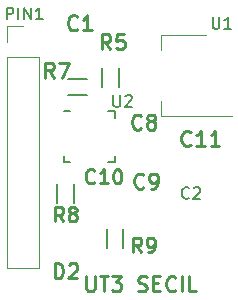
<source format=gto>
G04 #@! TF.GenerationSoftware,KiCad,Pcbnew,7.0.1*
G04 #@! TF.CreationDate,2023-04-20T14:55:02+02:00*
G04 #@! TF.ProjectId,MPU,4d50552e-6b69-4636-9164-5f7063625858,version_01*
G04 #@! TF.SameCoordinates,Original*
G04 #@! TF.FileFunction,Legend,Top*
G04 #@! TF.FilePolarity,Positive*
%FSLAX46Y46*%
G04 Gerber Fmt 4.6, Leading zero omitted, Abs format (unit mm)*
G04 Created by KiCad (PCBNEW 7.0.1) date 2023-04-20 14:55:02*
%MOMM*%
%LPD*%
G01*
G04 APERTURE LIST*
%ADD10C,0.254000*%
%ADD11C,0.150000*%
%ADD12C,0.230000*%
%ADD13C,0.200000*%
%ADD14C,0.120000*%
%ADD15C,0.127000*%
G04 APERTURE END LIST*
D10*
X79334047Y-72417526D02*
X79334047Y-73445621D01*
X79334047Y-73445621D02*
X79394524Y-73566573D01*
X79394524Y-73566573D02*
X79455000Y-73627050D01*
X79455000Y-73627050D02*
X79575952Y-73687526D01*
X79575952Y-73687526D02*
X79817857Y-73687526D01*
X79817857Y-73687526D02*
X79938809Y-73627050D01*
X79938809Y-73627050D02*
X79999286Y-73566573D01*
X79999286Y-73566573D02*
X80059762Y-73445621D01*
X80059762Y-73445621D02*
X80059762Y-72417526D01*
X80483095Y-72417526D02*
X81208809Y-72417526D01*
X80845952Y-73687526D02*
X80845952Y-72417526D01*
X81511190Y-72417526D02*
X82297381Y-72417526D01*
X82297381Y-72417526D02*
X81874047Y-72901335D01*
X81874047Y-72901335D02*
X82055476Y-72901335D01*
X82055476Y-72901335D02*
X82176428Y-72961811D01*
X82176428Y-72961811D02*
X82236904Y-73022288D01*
X82236904Y-73022288D02*
X82297381Y-73143240D01*
X82297381Y-73143240D02*
X82297381Y-73445621D01*
X82297381Y-73445621D02*
X82236904Y-73566573D01*
X82236904Y-73566573D02*
X82176428Y-73627050D01*
X82176428Y-73627050D02*
X82055476Y-73687526D01*
X82055476Y-73687526D02*
X81692619Y-73687526D01*
X81692619Y-73687526D02*
X81571666Y-73627050D01*
X81571666Y-73627050D02*
X81511190Y-73566573D01*
X83748809Y-73627050D02*
X83930238Y-73687526D01*
X83930238Y-73687526D02*
X84232619Y-73687526D01*
X84232619Y-73687526D02*
X84353571Y-73627050D01*
X84353571Y-73627050D02*
X84414047Y-73566573D01*
X84414047Y-73566573D02*
X84474524Y-73445621D01*
X84474524Y-73445621D02*
X84474524Y-73324669D01*
X84474524Y-73324669D02*
X84414047Y-73203716D01*
X84414047Y-73203716D02*
X84353571Y-73143240D01*
X84353571Y-73143240D02*
X84232619Y-73082764D01*
X84232619Y-73082764D02*
X83990714Y-73022288D01*
X83990714Y-73022288D02*
X83869762Y-72961811D01*
X83869762Y-72961811D02*
X83809285Y-72901335D01*
X83809285Y-72901335D02*
X83748809Y-72780383D01*
X83748809Y-72780383D02*
X83748809Y-72659430D01*
X83748809Y-72659430D02*
X83809285Y-72538478D01*
X83809285Y-72538478D02*
X83869762Y-72478002D01*
X83869762Y-72478002D02*
X83990714Y-72417526D01*
X83990714Y-72417526D02*
X84293095Y-72417526D01*
X84293095Y-72417526D02*
X84474524Y-72478002D01*
X85018809Y-73022288D02*
X85442143Y-73022288D01*
X85623571Y-73687526D02*
X85018809Y-73687526D01*
X85018809Y-73687526D02*
X85018809Y-72417526D01*
X85018809Y-72417526D02*
X85623571Y-72417526D01*
X86893572Y-73566573D02*
X86833096Y-73627050D01*
X86833096Y-73627050D02*
X86651667Y-73687526D01*
X86651667Y-73687526D02*
X86530715Y-73687526D01*
X86530715Y-73687526D02*
X86349286Y-73627050D01*
X86349286Y-73627050D02*
X86228334Y-73506097D01*
X86228334Y-73506097D02*
X86167857Y-73385145D01*
X86167857Y-73385145D02*
X86107381Y-73143240D01*
X86107381Y-73143240D02*
X86107381Y-72961811D01*
X86107381Y-72961811D02*
X86167857Y-72719907D01*
X86167857Y-72719907D02*
X86228334Y-72598954D01*
X86228334Y-72598954D02*
X86349286Y-72478002D01*
X86349286Y-72478002D02*
X86530715Y-72417526D01*
X86530715Y-72417526D02*
X86651667Y-72417526D01*
X86651667Y-72417526D02*
X86833096Y-72478002D01*
X86833096Y-72478002D02*
X86893572Y-72538478D01*
X87437857Y-73687526D02*
X87437857Y-72417526D01*
X88647381Y-73687526D02*
X88042619Y-73687526D01*
X88042619Y-73687526D02*
X88042619Y-72417526D01*
D11*
X90038095Y-50462619D02*
X90038095Y-51272142D01*
X90038095Y-51272142D02*
X90085714Y-51367380D01*
X90085714Y-51367380D02*
X90133333Y-51415000D01*
X90133333Y-51415000D02*
X90228571Y-51462619D01*
X90228571Y-51462619D02*
X90419047Y-51462619D01*
X90419047Y-51462619D02*
X90514285Y-51415000D01*
X90514285Y-51415000D02*
X90561904Y-51367380D01*
X90561904Y-51367380D02*
X90609523Y-51272142D01*
X90609523Y-51272142D02*
X90609523Y-50462619D01*
X91609523Y-51462619D02*
X91038095Y-51462619D01*
X91323809Y-51462619D02*
X91323809Y-50462619D01*
X91323809Y-50462619D02*
X91228571Y-50605476D01*
X91228571Y-50605476D02*
X91133333Y-50700714D01*
X91133333Y-50700714D02*
X91038095Y-50748333D01*
D12*
X77400000Y-67755142D02*
X77000000Y-67183714D01*
X76714286Y-67755142D02*
X76714286Y-66555142D01*
X76714286Y-66555142D02*
X77171429Y-66555142D01*
X77171429Y-66555142D02*
X77285714Y-66612285D01*
X77285714Y-66612285D02*
X77342857Y-66669428D01*
X77342857Y-66669428D02*
X77400000Y-66783714D01*
X77400000Y-66783714D02*
X77400000Y-66955142D01*
X77400000Y-66955142D02*
X77342857Y-67069428D01*
X77342857Y-67069428D02*
X77285714Y-67126571D01*
X77285714Y-67126571D02*
X77171429Y-67183714D01*
X77171429Y-67183714D02*
X76714286Y-67183714D01*
X78085714Y-67069428D02*
X77971429Y-67012285D01*
X77971429Y-67012285D02*
X77914286Y-66955142D01*
X77914286Y-66955142D02*
X77857143Y-66840857D01*
X77857143Y-66840857D02*
X77857143Y-66783714D01*
X77857143Y-66783714D02*
X77914286Y-66669428D01*
X77914286Y-66669428D02*
X77971429Y-66612285D01*
X77971429Y-66612285D02*
X78085714Y-66555142D01*
X78085714Y-66555142D02*
X78314286Y-66555142D01*
X78314286Y-66555142D02*
X78428572Y-66612285D01*
X78428572Y-66612285D02*
X78485714Y-66669428D01*
X78485714Y-66669428D02*
X78542857Y-66783714D01*
X78542857Y-66783714D02*
X78542857Y-66840857D01*
X78542857Y-66840857D02*
X78485714Y-66955142D01*
X78485714Y-66955142D02*
X78428572Y-67012285D01*
X78428572Y-67012285D02*
X78314286Y-67069428D01*
X78314286Y-67069428D02*
X78085714Y-67069428D01*
X78085714Y-67069428D02*
X77971429Y-67126571D01*
X77971429Y-67126571D02*
X77914286Y-67183714D01*
X77914286Y-67183714D02*
X77857143Y-67298000D01*
X77857143Y-67298000D02*
X77857143Y-67526571D01*
X77857143Y-67526571D02*
X77914286Y-67640857D01*
X77914286Y-67640857D02*
X77971429Y-67698000D01*
X77971429Y-67698000D02*
X78085714Y-67755142D01*
X78085714Y-67755142D02*
X78314286Y-67755142D01*
X78314286Y-67755142D02*
X78428572Y-67698000D01*
X78428572Y-67698000D02*
X78485714Y-67640857D01*
X78485714Y-67640857D02*
X78542857Y-67526571D01*
X78542857Y-67526571D02*
X78542857Y-67298000D01*
X78542857Y-67298000D02*
X78485714Y-67183714D01*
X78485714Y-67183714D02*
X78428572Y-67126571D01*
X78428572Y-67126571D02*
X78314286Y-67069428D01*
D10*
X78588333Y-51466573D02*
X78527857Y-51527050D01*
X78527857Y-51527050D02*
X78346428Y-51587526D01*
X78346428Y-51587526D02*
X78225476Y-51587526D01*
X78225476Y-51587526D02*
X78044047Y-51527050D01*
X78044047Y-51527050D02*
X77923095Y-51406097D01*
X77923095Y-51406097D02*
X77862618Y-51285145D01*
X77862618Y-51285145D02*
X77802142Y-51043240D01*
X77802142Y-51043240D02*
X77802142Y-50861811D01*
X77802142Y-50861811D02*
X77862618Y-50619907D01*
X77862618Y-50619907D02*
X77923095Y-50498954D01*
X77923095Y-50498954D02*
X78044047Y-50378002D01*
X78044047Y-50378002D02*
X78225476Y-50317526D01*
X78225476Y-50317526D02*
X78346428Y-50317526D01*
X78346428Y-50317526D02*
X78527857Y-50378002D01*
X78527857Y-50378002D02*
X78588333Y-50438478D01*
X79797857Y-51587526D02*
X79072142Y-51587526D01*
X79434999Y-51587526D02*
X79434999Y-50317526D01*
X79434999Y-50317526D02*
X79314047Y-50498954D01*
X79314047Y-50498954D02*
X79193095Y-50619907D01*
X79193095Y-50619907D02*
X79072142Y-50680383D01*
D12*
X84000000Y-70355142D02*
X83600000Y-69783714D01*
X83314286Y-70355142D02*
X83314286Y-69155142D01*
X83314286Y-69155142D02*
X83771429Y-69155142D01*
X83771429Y-69155142D02*
X83885714Y-69212285D01*
X83885714Y-69212285D02*
X83942857Y-69269428D01*
X83942857Y-69269428D02*
X84000000Y-69383714D01*
X84000000Y-69383714D02*
X84000000Y-69555142D01*
X84000000Y-69555142D02*
X83942857Y-69669428D01*
X83942857Y-69669428D02*
X83885714Y-69726571D01*
X83885714Y-69726571D02*
X83771429Y-69783714D01*
X83771429Y-69783714D02*
X83314286Y-69783714D01*
X84571429Y-70355142D02*
X84800000Y-70355142D01*
X84800000Y-70355142D02*
X84914286Y-70298000D01*
X84914286Y-70298000D02*
X84971429Y-70240857D01*
X84971429Y-70240857D02*
X85085714Y-70069428D01*
X85085714Y-70069428D02*
X85142857Y-69840857D01*
X85142857Y-69840857D02*
X85142857Y-69383714D01*
X85142857Y-69383714D02*
X85085714Y-69269428D01*
X85085714Y-69269428D02*
X85028572Y-69212285D01*
X85028572Y-69212285D02*
X84914286Y-69155142D01*
X84914286Y-69155142D02*
X84685714Y-69155142D01*
X84685714Y-69155142D02*
X84571429Y-69212285D01*
X84571429Y-69212285D02*
X84514286Y-69269428D01*
X84514286Y-69269428D02*
X84457143Y-69383714D01*
X84457143Y-69383714D02*
X84457143Y-69669428D01*
X84457143Y-69669428D02*
X84514286Y-69783714D01*
X84514286Y-69783714D02*
X84571429Y-69840857D01*
X84571429Y-69840857D02*
X84685714Y-69898000D01*
X84685714Y-69898000D02*
X84914286Y-69898000D01*
X84914286Y-69898000D02*
X85028572Y-69840857D01*
X85028572Y-69840857D02*
X85085714Y-69783714D01*
X85085714Y-69783714D02*
X85142857Y-69669428D01*
D13*
X88063333Y-65767380D02*
X88015714Y-65815000D01*
X88015714Y-65815000D02*
X87872857Y-65862619D01*
X87872857Y-65862619D02*
X87777619Y-65862619D01*
X87777619Y-65862619D02*
X87634762Y-65815000D01*
X87634762Y-65815000D02*
X87539524Y-65719761D01*
X87539524Y-65719761D02*
X87491905Y-65624523D01*
X87491905Y-65624523D02*
X87444286Y-65434047D01*
X87444286Y-65434047D02*
X87444286Y-65291190D01*
X87444286Y-65291190D02*
X87491905Y-65100714D01*
X87491905Y-65100714D02*
X87539524Y-65005476D01*
X87539524Y-65005476D02*
X87634762Y-64910238D01*
X87634762Y-64910238D02*
X87777619Y-64862619D01*
X87777619Y-64862619D02*
X87872857Y-64862619D01*
X87872857Y-64862619D02*
X88015714Y-64910238D01*
X88015714Y-64910238D02*
X88063333Y-64957857D01*
X88444286Y-64957857D02*
X88491905Y-64910238D01*
X88491905Y-64910238D02*
X88587143Y-64862619D01*
X88587143Y-64862619D02*
X88825238Y-64862619D01*
X88825238Y-64862619D02*
X88920476Y-64910238D01*
X88920476Y-64910238D02*
X88968095Y-64957857D01*
X88968095Y-64957857D02*
X89015714Y-65053095D01*
X89015714Y-65053095D02*
X89015714Y-65148333D01*
X89015714Y-65148333D02*
X88968095Y-65291190D01*
X88968095Y-65291190D02*
X88396667Y-65862619D01*
X88396667Y-65862619D02*
X89015714Y-65862619D01*
D10*
X84188333Y-64866573D02*
X84127857Y-64927050D01*
X84127857Y-64927050D02*
X83946428Y-64987526D01*
X83946428Y-64987526D02*
X83825476Y-64987526D01*
X83825476Y-64987526D02*
X83644047Y-64927050D01*
X83644047Y-64927050D02*
X83523095Y-64806097D01*
X83523095Y-64806097D02*
X83462618Y-64685145D01*
X83462618Y-64685145D02*
X83402142Y-64443240D01*
X83402142Y-64443240D02*
X83402142Y-64261811D01*
X83402142Y-64261811D02*
X83462618Y-64019907D01*
X83462618Y-64019907D02*
X83523095Y-63898954D01*
X83523095Y-63898954D02*
X83644047Y-63778002D01*
X83644047Y-63778002D02*
X83825476Y-63717526D01*
X83825476Y-63717526D02*
X83946428Y-63717526D01*
X83946428Y-63717526D02*
X84127857Y-63778002D01*
X84127857Y-63778002D02*
X84188333Y-63838478D01*
X84793095Y-64987526D02*
X85034999Y-64987526D01*
X85034999Y-64987526D02*
X85155952Y-64927050D01*
X85155952Y-64927050D02*
X85216428Y-64866573D01*
X85216428Y-64866573D02*
X85337380Y-64685145D01*
X85337380Y-64685145D02*
X85397857Y-64443240D01*
X85397857Y-64443240D02*
X85397857Y-63959430D01*
X85397857Y-63959430D02*
X85337380Y-63838478D01*
X85337380Y-63838478D02*
X85276904Y-63778002D01*
X85276904Y-63778002D02*
X85155952Y-63717526D01*
X85155952Y-63717526D02*
X84914047Y-63717526D01*
X84914047Y-63717526D02*
X84793095Y-63778002D01*
X84793095Y-63778002D02*
X84732618Y-63838478D01*
X84732618Y-63838478D02*
X84672142Y-63959430D01*
X84672142Y-63959430D02*
X84672142Y-64261811D01*
X84672142Y-64261811D02*
X84732618Y-64382764D01*
X84732618Y-64382764D02*
X84793095Y-64443240D01*
X84793095Y-64443240D02*
X84914047Y-64503716D01*
X84914047Y-64503716D02*
X85155952Y-64503716D01*
X85155952Y-64503716D02*
X85276904Y-64443240D01*
X85276904Y-64443240D02*
X85337380Y-64382764D01*
X85337380Y-64382764D02*
X85397857Y-64261811D01*
X81388333Y-53187526D02*
X80964999Y-52582764D01*
X80662618Y-53187526D02*
X80662618Y-51917526D01*
X80662618Y-51917526D02*
X81146428Y-51917526D01*
X81146428Y-51917526D02*
X81267380Y-51978002D01*
X81267380Y-51978002D02*
X81327857Y-52038478D01*
X81327857Y-52038478D02*
X81388333Y-52159430D01*
X81388333Y-52159430D02*
X81388333Y-52340859D01*
X81388333Y-52340859D02*
X81327857Y-52461811D01*
X81327857Y-52461811D02*
X81267380Y-52522288D01*
X81267380Y-52522288D02*
X81146428Y-52582764D01*
X81146428Y-52582764D02*
X80662618Y-52582764D01*
X82537380Y-51917526D02*
X81932618Y-51917526D01*
X81932618Y-51917526D02*
X81872142Y-52522288D01*
X81872142Y-52522288D02*
X81932618Y-52461811D01*
X81932618Y-52461811D02*
X82053571Y-52401335D01*
X82053571Y-52401335D02*
X82355952Y-52401335D01*
X82355952Y-52401335D02*
X82476904Y-52461811D01*
X82476904Y-52461811D02*
X82537380Y-52522288D01*
X82537380Y-52522288D02*
X82597857Y-52643240D01*
X82597857Y-52643240D02*
X82597857Y-52945621D01*
X82597857Y-52945621D02*
X82537380Y-53066573D01*
X82537380Y-53066573D02*
X82476904Y-53127050D01*
X82476904Y-53127050D02*
X82355952Y-53187526D01*
X82355952Y-53187526D02*
X82053571Y-53187526D01*
X82053571Y-53187526D02*
X81932618Y-53127050D01*
X81932618Y-53127050D02*
X81872142Y-53066573D01*
D12*
X80028571Y-64440857D02*
X79971428Y-64498000D01*
X79971428Y-64498000D02*
X79800000Y-64555142D01*
X79800000Y-64555142D02*
X79685714Y-64555142D01*
X79685714Y-64555142D02*
X79514285Y-64498000D01*
X79514285Y-64498000D02*
X79400000Y-64383714D01*
X79400000Y-64383714D02*
X79342857Y-64269428D01*
X79342857Y-64269428D02*
X79285714Y-64040857D01*
X79285714Y-64040857D02*
X79285714Y-63869428D01*
X79285714Y-63869428D02*
X79342857Y-63640857D01*
X79342857Y-63640857D02*
X79400000Y-63526571D01*
X79400000Y-63526571D02*
X79514285Y-63412285D01*
X79514285Y-63412285D02*
X79685714Y-63355142D01*
X79685714Y-63355142D02*
X79800000Y-63355142D01*
X79800000Y-63355142D02*
X79971428Y-63412285D01*
X79971428Y-63412285D02*
X80028571Y-63469428D01*
X81171428Y-64555142D02*
X80485714Y-64555142D01*
X80828571Y-64555142D02*
X80828571Y-63355142D01*
X80828571Y-63355142D02*
X80714285Y-63526571D01*
X80714285Y-63526571D02*
X80600000Y-63640857D01*
X80600000Y-63640857D02*
X80485714Y-63698000D01*
X81914285Y-63355142D02*
X82028571Y-63355142D01*
X82028571Y-63355142D02*
X82142857Y-63412285D01*
X82142857Y-63412285D02*
X82200000Y-63469428D01*
X82200000Y-63469428D02*
X82257142Y-63583714D01*
X82257142Y-63583714D02*
X82314285Y-63812285D01*
X82314285Y-63812285D02*
X82314285Y-64098000D01*
X82314285Y-64098000D02*
X82257142Y-64326571D01*
X82257142Y-64326571D02*
X82200000Y-64440857D01*
X82200000Y-64440857D02*
X82142857Y-64498000D01*
X82142857Y-64498000D02*
X82028571Y-64555142D01*
X82028571Y-64555142D02*
X81914285Y-64555142D01*
X81914285Y-64555142D02*
X81800000Y-64498000D01*
X81800000Y-64498000D02*
X81742857Y-64440857D01*
X81742857Y-64440857D02*
X81685714Y-64326571D01*
X81685714Y-64326571D02*
X81628571Y-64098000D01*
X81628571Y-64098000D02*
X81628571Y-63812285D01*
X81628571Y-63812285D02*
X81685714Y-63583714D01*
X81685714Y-63583714D02*
X81742857Y-63469428D01*
X81742857Y-63469428D02*
X81800000Y-63412285D01*
X81800000Y-63412285D02*
X81914285Y-63355142D01*
D10*
X76588333Y-55587526D02*
X76164999Y-54982764D01*
X75862618Y-55587526D02*
X75862618Y-54317526D01*
X75862618Y-54317526D02*
X76346428Y-54317526D01*
X76346428Y-54317526D02*
X76467380Y-54378002D01*
X76467380Y-54378002D02*
X76527857Y-54438478D01*
X76527857Y-54438478D02*
X76588333Y-54559430D01*
X76588333Y-54559430D02*
X76588333Y-54740859D01*
X76588333Y-54740859D02*
X76527857Y-54861811D01*
X76527857Y-54861811D02*
X76467380Y-54922288D01*
X76467380Y-54922288D02*
X76346428Y-54982764D01*
X76346428Y-54982764D02*
X75862618Y-54982764D01*
X77011666Y-54317526D02*
X77858333Y-54317526D01*
X77858333Y-54317526D02*
X77314047Y-55587526D01*
X76662618Y-72587526D02*
X76662618Y-71317526D01*
X76662618Y-71317526D02*
X76964999Y-71317526D01*
X76964999Y-71317526D02*
X77146428Y-71378002D01*
X77146428Y-71378002D02*
X77267380Y-71498954D01*
X77267380Y-71498954D02*
X77327857Y-71619907D01*
X77327857Y-71619907D02*
X77388333Y-71861811D01*
X77388333Y-71861811D02*
X77388333Y-72043240D01*
X77388333Y-72043240D02*
X77327857Y-72285145D01*
X77327857Y-72285145D02*
X77267380Y-72406097D01*
X77267380Y-72406097D02*
X77146428Y-72527050D01*
X77146428Y-72527050D02*
X76964999Y-72587526D01*
X76964999Y-72587526D02*
X76662618Y-72587526D01*
X77872142Y-71438478D02*
X77932618Y-71378002D01*
X77932618Y-71378002D02*
X78053571Y-71317526D01*
X78053571Y-71317526D02*
X78355952Y-71317526D01*
X78355952Y-71317526D02*
X78476904Y-71378002D01*
X78476904Y-71378002D02*
X78537380Y-71438478D01*
X78537380Y-71438478D02*
X78597857Y-71559430D01*
X78597857Y-71559430D02*
X78597857Y-71680383D01*
X78597857Y-71680383D02*
X78537380Y-71861811D01*
X78537380Y-71861811D02*
X77811666Y-72587526D01*
X77811666Y-72587526D02*
X78597857Y-72587526D01*
D11*
X81638095Y-57062619D02*
X81638095Y-57872142D01*
X81638095Y-57872142D02*
X81685714Y-57967380D01*
X81685714Y-57967380D02*
X81733333Y-58015000D01*
X81733333Y-58015000D02*
X81828571Y-58062619D01*
X81828571Y-58062619D02*
X82019047Y-58062619D01*
X82019047Y-58062619D02*
X82114285Y-58015000D01*
X82114285Y-58015000D02*
X82161904Y-57967380D01*
X82161904Y-57967380D02*
X82209523Y-57872142D01*
X82209523Y-57872142D02*
X82209523Y-57062619D01*
X82638095Y-57157857D02*
X82685714Y-57110238D01*
X82685714Y-57110238D02*
X82780952Y-57062619D01*
X82780952Y-57062619D02*
X83019047Y-57062619D01*
X83019047Y-57062619D02*
X83114285Y-57110238D01*
X83114285Y-57110238D02*
X83161904Y-57157857D01*
X83161904Y-57157857D02*
X83209523Y-57253095D01*
X83209523Y-57253095D02*
X83209523Y-57348333D01*
X83209523Y-57348333D02*
X83161904Y-57491190D01*
X83161904Y-57491190D02*
X82590476Y-58062619D01*
X82590476Y-58062619D02*
X83209523Y-58062619D01*
D10*
X88183571Y-61266573D02*
X88123095Y-61327050D01*
X88123095Y-61327050D02*
X87941666Y-61387526D01*
X87941666Y-61387526D02*
X87820714Y-61387526D01*
X87820714Y-61387526D02*
X87639285Y-61327050D01*
X87639285Y-61327050D02*
X87518333Y-61206097D01*
X87518333Y-61206097D02*
X87457856Y-61085145D01*
X87457856Y-61085145D02*
X87397380Y-60843240D01*
X87397380Y-60843240D02*
X87397380Y-60661811D01*
X87397380Y-60661811D02*
X87457856Y-60419907D01*
X87457856Y-60419907D02*
X87518333Y-60298954D01*
X87518333Y-60298954D02*
X87639285Y-60178002D01*
X87639285Y-60178002D02*
X87820714Y-60117526D01*
X87820714Y-60117526D02*
X87941666Y-60117526D01*
X87941666Y-60117526D02*
X88123095Y-60178002D01*
X88123095Y-60178002D02*
X88183571Y-60238478D01*
X89393095Y-61387526D02*
X88667380Y-61387526D01*
X89030237Y-61387526D02*
X89030237Y-60117526D01*
X89030237Y-60117526D02*
X88909285Y-60298954D01*
X88909285Y-60298954D02*
X88788333Y-60419907D01*
X88788333Y-60419907D02*
X88667380Y-60480383D01*
X90602619Y-61387526D02*
X89876904Y-61387526D01*
X90239761Y-61387526D02*
X90239761Y-60117526D01*
X90239761Y-60117526D02*
X90118809Y-60298954D01*
X90118809Y-60298954D02*
X89997857Y-60419907D01*
X89997857Y-60419907D02*
X89876904Y-60480383D01*
D11*
X72600000Y-50662619D02*
X72600000Y-49662619D01*
X72600000Y-49662619D02*
X72980952Y-49662619D01*
X72980952Y-49662619D02*
X73076190Y-49710238D01*
X73076190Y-49710238D02*
X73123809Y-49757857D01*
X73123809Y-49757857D02*
X73171428Y-49853095D01*
X73171428Y-49853095D02*
X73171428Y-49995952D01*
X73171428Y-49995952D02*
X73123809Y-50091190D01*
X73123809Y-50091190D02*
X73076190Y-50138809D01*
X73076190Y-50138809D02*
X72980952Y-50186428D01*
X72980952Y-50186428D02*
X72600000Y-50186428D01*
X73600000Y-50662619D02*
X73600000Y-49662619D01*
X74076190Y-50662619D02*
X74076190Y-49662619D01*
X74076190Y-49662619D02*
X74647618Y-50662619D01*
X74647618Y-50662619D02*
X74647618Y-49662619D01*
X75647618Y-50662619D02*
X75076190Y-50662619D01*
X75361904Y-50662619D02*
X75361904Y-49662619D01*
X75361904Y-49662619D02*
X75266666Y-49805476D01*
X75266666Y-49805476D02*
X75171428Y-49900714D01*
X75171428Y-49900714D02*
X75076190Y-49948333D01*
D10*
X83988333Y-59866573D02*
X83927857Y-59927050D01*
X83927857Y-59927050D02*
X83746428Y-59987526D01*
X83746428Y-59987526D02*
X83625476Y-59987526D01*
X83625476Y-59987526D02*
X83444047Y-59927050D01*
X83444047Y-59927050D02*
X83323095Y-59806097D01*
X83323095Y-59806097D02*
X83262618Y-59685145D01*
X83262618Y-59685145D02*
X83202142Y-59443240D01*
X83202142Y-59443240D02*
X83202142Y-59261811D01*
X83202142Y-59261811D02*
X83262618Y-59019907D01*
X83262618Y-59019907D02*
X83323095Y-58898954D01*
X83323095Y-58898954D02*
X83444047Y-58778002D01*
X83444047Y-58778002D02*
X83625476Y-58717526D01*
X83625476Y-58717526D02*
X83746428Y-58717526D01*
X83746428Y-58717526D02*
X83927857Y-58778002D01*
X83927857Y-58778002D02*
X83988333Y-58838478D01*
X84714047Y-59261811D02*
X84593095Y-59201335D01*
X84593095Y-59201335D02*
X84532618Y-59140859D01*
X84532618Y-59140859D02*
X84472142Y-59019907D01*
X84472142Y-59019907D02*
X84472142Y-58959430D01*
X84472142Y-58959430D02*
X84532618Y-58838478D01*
X84532618Y-58838478D02*
X84593095Y-58778002D01*
X84593095Y-58778002D02*
X84714047Y-58717526D01*
X84714047Y-58717526D02*
X84955952Y-58717526D01*
X84955952Y-58717526D02*
X85076904Y-58778002D01*
X85076904Y-58778002D02*
X85137380Y-58838478D01*
X85137380Y-58838478D02*
X85197857Y-58959430D01*
X85197857Y-58959430D02*
X85197857Y-59019907D01*
X85197857Y-59019907D02*
X85137380Y-59140859D01*
X85137380Y-59140859D02*
X85076904Y-59201335D01*
X85076904Y-59201335D02*
X84955952Y-59261811D01*
X84955952Y-59261811D02*
X84714047Y-59261811D01*
X84714047Y-59261811D02*
X84593095Y-59322288D01*
X84593095Y-59322288D02*
X84532618Y-59382764D01*
X84532618Y-59382764D02*
X84472142Y-59503716D01*
X84472142Y-59503716D02*
X84472142Y-59745621D01*
X84472142Y-59745621D02*
X84532618Y-59866573D01*
X84532618Y-59866573D02*
X84593095Y-59927050D01*
X84593095Y-59927050D02*
X84714047Y-59987526D01*
X84714047Y-59987526D02*
X84955952Y-59987526D01*
X84955952Y-59987526D02*
X85076904Y-59927050D01*
X85076904Y-59927050D02*
X85137380Y-59866573D01*
X85137380Y-59866573D02*
X85197857Y-59745621D01*
X85197857Y-59745621D02*
X85197857Y-59503716D01*
X85197857Y-59503716D02*
X85137380Y-59382764D01*
X85137380Y-59382764D02*
X85076904Y-59322288D01*
X85076904Y-59322288D02*
X84955952Y-59261811D01*
D14*
X85690000Y-51990000D02*
X85690000Y-53250000D01*
X85690000Y-58810000D02*
X85690000Y-57550000D01*
X89450000Y-51990000D02*
X85690000Y-51990000D01*
X91700000Y-58810000D02*
X85690000Y-58810000D01*
D15*
X78290000Y-64590000D02*
X78290000Y-66190000D01*
X76910000Y-64590000D02*
X76910000Y-66190000D01*
X81110000Y-68400000D02*
X81110000Y-70000000D01*
X82490000Y-68400000D02*
X82490000Y-70000000D01*
X82090000Y-54790000D02*
X82090000Y-56390000D01*
X80710000Y-54790000D02*
X80710000Y-56390000D01*
X79400000Y-57090000D02*
X77800000Y-57090000D01*
X79400000Y-55710000D02*
X77800000Y-55710000D01*
D11*
X77450000Y-58450000D02*
X77975000Y-58450000D01*
X77450000Y-62750000D02*
X77450000Y-62225000D01*
X77450000Y-62750000D02*
X77975000Y-62750000D01*
X81750000Y-58450000D02*
X81225000Y-58450000D01*
X81750000Y-58450000D02*
X81750000Y-58975000D01*
X81750000Y-62750000D02*
X81225000Y-62750000D01*
X81750000Y-62750000D02*
X81750000Y-62225000D01*
D14*
X75330000Y-53830000D02*
X75330000Y-71670000D01*
X72670000Y-71670000D02*
X75330000Y-71670000D01*
X72670000Y-53830000D02*
X75330000Y-53830000D01*
X72670000Y-53830000D02*
X72670000Y-71670000D01*
X72670000Y-52560000D02*
X72670000Y-51230000D01*
X72670000Y-51230000D02*
X74000000Y-51230000D01*
M02*

</source>
